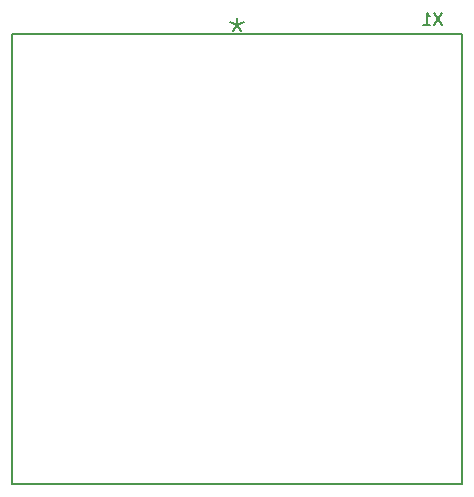
<source format=gbr>
G04 #@! TF.GenerationSoftware,KiCad,Pcbnew,(5.1.2)-2*
G04 #@! TF.CreationDate,2019-08-20T13:38:56-07:00*
G04 #@! TF.ProjectId,pcb_design,7063625f-6465-4736-9967-6e2e6b696361,rev?*
G04 #@! TF.SameCoordinates,Original*
G04 #@! TF.FileFunction,Legend,Bot*
G04 #@! TF.FilePolarity,Positive*
%FSLAX46Y46*%
G04 Gerber Fmt 4.6, Leading zero omitted, Abs format (unit mm)*
G04 Created by KiCad (PCBNEW (5.1.2)-2) date 2019-08-20 13:38:56*
%MOMM*%
%LPD*%
G04 APERTURE LIST*
%ADD10C,0.150000*%
G04 APERTURE END LIST*
D10*
X158850000Y-65989999D02*
X120750000Y-65989999D01*
X120750000Y-65989999D02*
X120750000Y-104089999D01*
X120750000Y-104089999D02*
X158850000Y-104089999D01*
X158850000Y-104089999D02*
X158850000Y-65989999D01*
X158850000Y-65989999D02*
X158850000Y-68529999D01*
X157119523Y-64172379D02*
X156452857Y-65172379D01*
X156452857Y-64172379D02*
X157119523Y-65172379D01*
X155548095Y-65172379D02*
X156119523Y-65172379D01*
X155833809Y-65172379D02*
X155833809Y-64172379D01*
X155929047Y-64315237D01*
X156024285Y-64410475D01*
X156119523Y-64458094D01*
X139800000Y-64599046D02*
X139800000Y-65203808D01*
X140404761Y-64961903D02*
X139800000Y-65203808D01*
X139195238Y-64961903D01*
X140162857Y-65687618D02*
X139800000Y-65203808D01*
X139437142Y-65687618D01*
M02*

</source>
